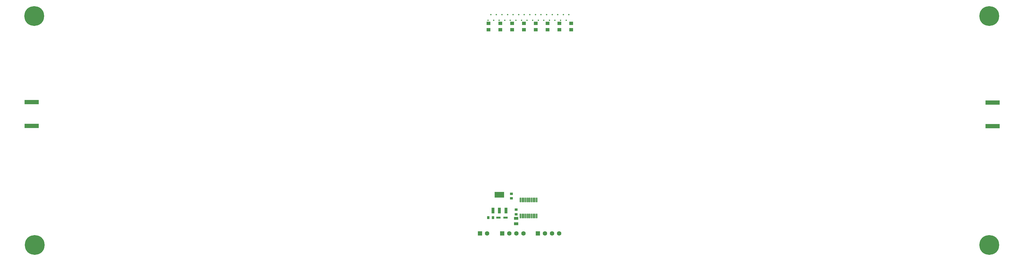
<source format=gbr>
%TF.GenerationSoftware,Altium Limited,Altium Designer,24.4.1 (13)*%
G04 Layer_Color=16711935*
%FSLAX45Y45*%
%MOMM*%
%TF.SameCoordinates,4FF739F8-A24E-4C84-90D3-729B67262028*%
%TF.FilePolarity,Negative*%
%TF.FileFunction,Soldermask,Bot*%
%TF.Part,Single*%
G01*
G75*
%TA.AperFunction,ViaPad*%
%ADD25C,0.50000*%
%TA.AperFunction,ConnectorPad*%
%ADD37R,5.18000X1.62000*%
%TA.AperFunction,SMDPad,CuDef*%
%ADD38R,1.50000X0.65000*%
%TA.AperFunction,ComponentPad*%
%ADD39C,7.09999*%
%ADD40C,1.60800*%
%ADD41R,1.60800X1.60800*%
%TA.AperFunction,SMDPad,CuDef*%
G04:AMPARAMS|DCode=42|XSize=1.67mm|YSize=0.51mm|CornerRadius=0.1525mm|HoleSize=0mm|Usage=FLASHONLY|Rotation=270.000|XOffset=0mm|YOffset=0mm|HoleType=Round|Shape=RoundedRectangle|*
%AMROUNDEDRECTD42*
21,1,1.67000,0.20500,0,0,270.0*
21,1,1.36500,0.51000,0,0,270.0*
1,1,0.30500,-0.10250,-0.68250*
1,1,0.30500,-0.10250,0.68250*
1,1,0.30500,0.10250,0.68250*
1,1,0.30500,0.10250,-0.68250*
%
%ADD42ROUNDEDRECTD42*%
%ADD43R,1.40000X1.20000*%
%ADD44R,1.50000X1.00000*%
%ADD45R,1.10000X0.95000*%
%ADD46R,3.35000X2.05000*%
%ADD47R,1.00000X2.05000*%
%ADD48R,0.95000X1.10000*%
D25*
X22100012Y13000008D02*
D03*
X22000012Y12800008D02*
D03*
X21900012Y13000008D02*
D03*
X21800012Y12800008D02*
D03*
X21700012Y13000008D02*
D03*
X21600012Y12800008D02*
D03*
X21500012Y13000008D02*
D03*
X21400012Y12800008D02*
D03*
X21300012Y13000008D02*
D03*
X21200011Y12800008D02*
D03*
X21100011Y13000008D02*
D03*
X21000011Y12800008D02*
D03*
X20900011Y13000008D02*
D03*
X20800011Y12800008D02*
D03*
X20700011Y13000008D02*
D03*
X20600011Y12800008D02*
D03*
X20500011Y13000008D02*
D03*
X20400011Y12800008D02*
D03*
X20300011Y13000008D02*
D03*
X20200011Y12800008D02*
D03*
X20100011Y13000008D02*
D03*
X20000011Y12800008D02*
D03*
X19900011Y13000008D02*
D03*
X19800011Y12800008D02*
D03*
X19700011Y13000008D02*
D03*
X19600011Y12800008D02*
D03*
X19500011Y13000008D02*
D03*
X19400011Y12800008D02*
D03*
X19300011Y13000008D02*
D03*
X19200011Y12800008D02*
D03*
D37*
X2841500Y9008500D02*
D03*
Y9856500D02*
D03*
X37283499Y8996000D02*
D03*
Y9844000D02*
D03*
D38*
X19827200Y5714100D02*
D03*
X19572200D02*
D03*
D39*
X37164999Y4732500D02*
D03*
Y12952499D02*
D03*
X2955000Y4732500D02*
D03*
X2937500Y12952499D02*
D03*
D40*
X19164999Y5142500D02*
D03*
X19959500D02*
D03*
X20213499D02*
D03*
X20467500D02*
D03*
X21245000D02*
D03*
X21499001D02*
D03*
X21753000D02*
D03*
D41*
X18911000D02*
D03*
X19705499D02*
D03*
X20991000D02*
D03*
D42*
X20359700Y6344000D02*
D03*
X20424699D02*
D03*
X20489700D02*
D03*
X20554700D02*
D03*
X20619701D02*
D03*
X20684700D02*
D03*
X20749699D02*
D03*
X20814700D02*
D03*
X20879700D02*
D03*
X20944701D02*
D03*
Y5770000D02*
D03*
X20879700D02*
D03*
X20814700D02*
D03*
X20749699D02*
D03*
X20684700D02*
D03*
X20619701D02*
D03*
X20554700D02*
D03*
X20489700D02*
D03*
X20424699D02*
D03*
X20359700D02*
D03*
D43*
X20064642Y12460000D02*
D03*
Y12690000D02*
D03*
X19217500Y12460000D02*
D03*
Y12690000D02*
D03*
X19641071Y12460000D02*
D03*
Y12690000D02*
D03*
X20911784Y12460000D02*
D03*
Y12690000D02*
D03*
X20488214Y12460000D02*
D03*
Y12690000D02*
D03*
X21335358Y12460000D02*
D03*
Y12690000D02*
D03*
X21758928Y12460000D02*
D03*
Y12690000D02*
D03*
X22182500Y12460000D02*
D03*
Y12690000D02*
D03*
D44*
X20207700Y5684600D02*
D03*
Y5489600D02*
D03*
D45*
X20042599Y6571300D02*
D03*
Y6406300D02*
D03*
X20207700Y5834800D02*
D03*
Y5999800D02*
D03*
D46*
X19610800Y6530000D02*
D03*
D47*
X19380800Y5965000D02*
D03*
X19610800D02*
D03*
X19840800D02*
D03*
D48*
X19375800Y5714100D02*
D03*
X19210800D02*
D03*
%TF.MD5,f004ce3cfae8ae7303bb00bf8f840fe6*%
M02*

</source>
